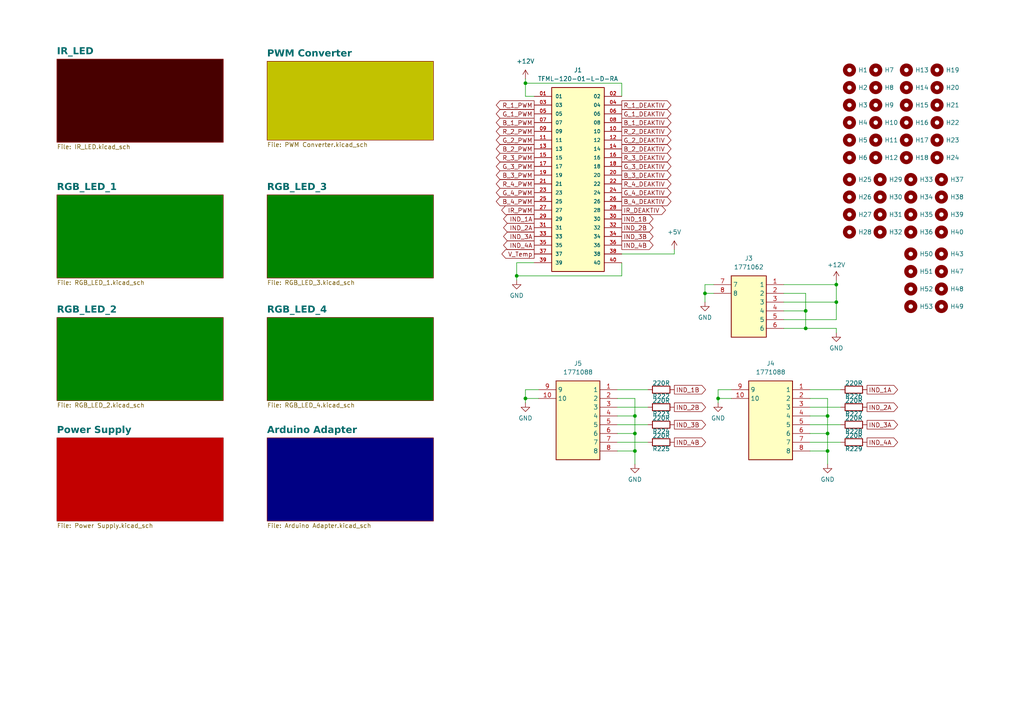
<source format=kicad_sch>
(kicad_sch (version 20250114) (generator "eeschema") (generator_version "9.0")
  (paper "A4")
  (title_block (title "608-Alfactory-Assay-Arena") (date "01.2024") (comment 1 "Optogen Arena RGB LED V1.0") (comment 2 "LED type: ASMG-PT00-00001") (comment 3 "R:625nm, G:525nm, B:460nm, IR:850nm"))
  (lib_symbols
    (symbol "Device:R" (pin_numbers (hide yes)) (pin_names (offset 0))
      (property "Reference" "R" (at 2.032 0 90))
      (property "Value" "R" (at 0 0 90))
      (symbol "R_0_1"
        (rectangle (start -1.016 -2.54) (end 1.016 2.54) (stroke (width 0.254)))
      )
      (symbol "R_1_1"
        (pin passive line (at 0 3.81 270) (length 1.27) (name "~") (number "1"))
        (pin passive line (at 0 -3.81 90) (length 1.27) (name "~") (number "2"))
      )
    )
    (symbol "Mechanical:MountingHole" (pin_names (offset 1.016)) (exclude_from_sim yes) (in_bom no)
      (property "Reference" "H" (at 0 5.08 0))
      (property "Value" "MountingHole" (at 0 3.175 0))
      (symbol "MountingHole_0_1"
        (circle (center 0 0) (radius 1.27) (stroke (width 1.27)))
      )
    )
    (symbol "Phoenix Contact:1771062"
      (property "Reference" "J" (at 16.51 7.62 0))
      (property "Value" "1771062" (at 16.51 5.08 0))
      (symbol "1771062_1_1"
        (rectangle (start 5.08 2.54) (end 15.24 -15.24) (stroke (width 0.254)) (fill (type background)))
        (pin passive line (at 0 0 0) (length 5.08) (name "7") (number "7"))
        (pin passive line (at 0 -2.54 0) (length 5.08) (name "8") (number "8"))
        (pin passive line (at 20.32 0 180) (length 5.08) (name "1") (number "1"))
        (pin passive line (at 20.32 -2.54 180) (length 5.08) (name "2") (number "2"))
        (pin passive line (at 20.32 -5.08 180) (length 5.08) (name "3") (number "3"))
        (pin passive line (at 20.32 -7.62 180) (length 5.08) (name "4") (number "4"))
        (pin passive line (at 20.32 -10.16 180) (length 5.08) (name "5") (number "5"))
        (pin passive line (at 20.32 -12.7 180) (length 5.08) (name "6") (number "6"))
      )
    )
    (symbol "Phoenix Contact:1771088"
      (property "Reference" "J" (at 19.05 7.62 0))
      (property "Value" "1771088" (at 19.05 5.08 0))
      (symbol "1771088_1_1"
        (rectangle (start 5.08 2.54) (end 17.78 -20.32) (stroke (width 0.254)) (fill (type background)))
        (pin passive line (at 0 0 0) (length 5.08) (name "9") (number "9"))
        (pin passive line (at 0 -2.54 0) (length 5.08) (name "10") (number "10"))
        (pin passive line (at 22.86 0 180) (length 5.08) (name "1") (number "1"))
        (pin passive line (at 22.86 -2.54 180) (length 5.08) (name "2") (number "2"))
        (pin passive line (at 22.86 -5.08 180) (length 5.08) (name "3") (number "3"))
        (pin passive line (at 22.86 -7.62 180) (length 5.08) (name "4") (number "4"))
        (pin passive line (at 22.86 -10.16 180) (length 5.08) (name "5") (number "5"))
        (pin passive line (at 22.86 -12.7 180) (length 5.08) (name "6") (number "6"))
        (pin passive line (at 22.86 -15.24 180) (length 5.08) (name "7") (number "7"))
        (pin passive line (at 22.86 -17.78 180) (length 5.08) (name "8") (number "8"))
      )
    )
    (symbol "TFML-120-01-L-D-RA:TFML-120-01-L-D-RA" (pin_names (offset 1.016))
      (property "Reference" "J1" (at 0 33.02 0))
      (property "Value" "TFML-120-01-L-D-RA" (at 0 30.48 0))
      (symbol "TFML-120-01-L-D-RA_0_0"
        (rectangle (start -7.62 27.94) (end 7.62 -25.4) (stroke (width 0.254)) (fill (type background)))
        (pin passive line (at -12.7 25.4 0) (length 5.08) (name "01") (number "01"))
        (pin passive line (at -12.7 22.86 0) (length 5.08) (name "03") (number "03"))
        (pin passive line (at -12.7 20.32 0) (length 5.08) (name "05") (number "05"))
        (pin passive line (at -12.7 17.78 0) (length 5.08) (name "07") (number "07"))
        (pin passive line (at -12.7 15.24 0) (length 5.08) (name "09") (number "09"))
        (pin passive line (at -12.7 12.7 0) (length 5.08) (name "11") (number "11"))
        (pin passive line (at -12.7 10.16 0) (length 5.08) (name "13") (number "13"))
        (pin passive line (at -12.7 7.62 0) (length 5.08) (name "15") (number "15"))
        (pin passive line (at -12.7 5.08 0) (length 5.08) (name "17") (number "17"))
        (pin passive line (at -12.7 2.54 0) (length 5.08) (name "19") (number "19"))
        (pin passive line (at -12.7 0 0) (length 5.08) (name "21") (number "21"))
        (pin passive line (at -12.7 -2.54 0) (length 5.08) (name "23") (number "23"))
        (pin passive line (at -12.7 -5.08 0) (length 5.08) (name "25") (number "25"))
        (pin passive line (at -12.7 -7.62 0) (length 5.08) (name "27") (number "27"))
        (pin passive line (at -12.7 -10.16 0) (length 5.08) (name "29") (number "29"))
        (pin passive line (at -12.7 -12.7 0) (length 5.08) (name "31") (number "31"))
        (pin passive line (at -12.7 -15.24 0) (length 5.08) (name "33") (number "33"))
        (pin passive line (at -12.7 -17.78 0) (length 5.08) (name "35") (number "35"))
        (pin passive line (at -12.7 -20.32 0) (length 5.08) (name "37") (number "37"))
        (pin passive line (at -12.7 -22.86 0) (length 5.08) (name "39") (number "39"))
        (pin passive line (at 12.7 25.4 180) (length 5.08) (name "02") (number "02"))
        (pin passive line (at 12.7 22.86 180) (length 5.08) (name "04") (number "04"))
        (pin passive line (at 12.7 20.32 180) (length 5.08) (name "06") (number "06"))
        (pin passive line (at 12.7 17.78 180) (length 5.08) (name "08") (number "08"))
        (pin passive line (at 12.7 15.24 180) (length 5.08) (name "10") (number "10"))
        (pin passive line (at 12.7 12.7 180) (length 5.08) (name "12") (number "12"))
        (pin passive line (at 12.7 10.16 180) (length 5.08) (name "14") (number "14"))
        (pin passive line (at 12.7 7.62 180) (length 5.08) (name "16") (number "16"))
        (pin passive line (at 12.7 5.08 180) (length 5.08) (name "18") (number "18"))
        (pin passive line (at 12.7 2.54 180) (length 5.08) (name "20") (number "20"))
        (pin passive line (at 12.7 0 180) (length 5.08) (name "22") (number "22"))
        (pin passive line (at 12.7 -2.54 180) (length 5.08) (name "24") (number "24"))
        (pin passive line (at 12.7 -5.08 180) (length 5.08) (name "26") (number "26"))
        (pin passive line (at 12.7 -7.62 180) (length 5.08) (name "28") (number "28"))
        (pin passive line (at 12.7 -10.16 180) (length 5.08) (name "30") (number "30"))
        (pin passive line (at 12.7 -12.7 180) (length 5.08) (name "32") (number "32"))
        (pin passive line (at 12.7 -15.24 180) (length 5.08) (name "34") (number "34"))
        (pin passive line (at 12.7 -17.78 180) (length 5.08) (name "36") (number "36"))
        (pin passive line (at 12.7 -20.32 180) (length 5.08) (name "38") (number "38"))
        (pin passive line (at 12.7 -22.86 180) (length 5.08) (name "40") (number "40"))
      )
    )
    (symbol "power:+12V" (power) (pin_names (offset 0))
      (property "Value" "+12V" (at 0 3.556 0))
      (symbol "+12V_0_1"
        (polyline (pts (xy -0.762 1.27) (xy 0 2.54)))
        (polyline (pts (xy 0 2.54) (xy 0.762 1.27)))
        (polyline (pts (xy 0 0) (xy 0 2.54)))
      )
      (symbol "+12V_1_1"
        (pin power_in line (at 0 0 90) (length 0) (hide yes) (name "+12V") (number "1"))
      )
    )
    (symbol "power:+5V" (power) (pin_numbers (hide yes)) (pin_names (offset 0) (hide yes))
      (property "Value" "+5V" (at 0 3.556 0))
      (symbol "+5V_0_1"
        (polyline (pts (xy -0.762 1.27) (xy 0 2.54)))
        (polyline (pts (xy 0 2.54) (xy 0.762 1.27)))
        (polyline (pts (xy 0 0) (xy 0 2.54)))
      )
      (symbol "+5V_1_1"
        (pin power_in line (at 0 0 90) (length 0) (name "~") (number "1"))
      )
    )
    (symbol "power:GND" (power) (pin_names (offset 0))
      (property "Value" "GND" (at 0 -3.81 0))
      (symbol "GND_0_1"
        (polyline (pts (xy 0 0) (xy 0 -1.27) (xy 1.27 -1.27) (xy 0 -2.54) (xy -1.27 -1.27) (xy 0 -1.27)))
      )
      (symbol "GND_1_1"
        (pin power_in line (at 0 0 270) (length 0) (hide yes) (name "GND") (number "1"))
      )
    )
  )
  (junction (at 204.47 85.09))
  (junction (at 184.15 130.81))
  (junction (at 208.28 115.57))
  (junction (at 149.86 80.01))
  (junction (at 184.15 120.65))
  (junction (at 233.68 95.25))
  (junction (at 240.03 130.81))
  (junction (at 152.4 24.13))
  (junction (at 152.4 115.57))
  (junction (at 233.68 90.17))
  (junction (at 184.15 125.73))
  (junction (at 240.03 120.65))
  (junction (at 240.03 125.73))
  (junction (at 242.57 82.55))
  (junction (at 242.57 87.63))
  (wire (pts (xy 234.95 123.19) (xy 243.84 123.19)))
  (wire (pts (xy 154.94 27.94) (xy 152.4 27.94)))
  (wire (pts (xy 208.28 115.57) (xy 208.28 113.03)))
  (wire (pts (xy 234.95 120.65) (xy 240.03 120.65)))
  (wire (pts (xy 152.4 22.86) (xy 152.4 24.13)))
  (wire (pts (xy 180.34 76.2) (xy 180.34 80.01)))
  (wire (pts (xy 227.33 92.71) (xy 242.57 92.71)))
  (wire (pts (xy 227.33 82.55) (xy 242.57 82.55)))
  (wire (pts (xy 179.07 123.19) (xy 187.96 123.19)))
  (wire (pts (xy 179.07 118.11) (xy 187.96 118.11)))
  (wire (pts (xy 152.4 115.57) (xy 156.21 115.57)))
  (wire (pts (xy 184.15 120.65) (xy 184.15 125.73)))
  (wire (pts (xy 204.47 82.55) (xy 204.47 85.09)))
  (wire (pts (xy 240.03 115.57) (xy 240.03 120.65)))
  (wire (pts (xy 180.34 24.13) (xy 152.4 24.13)))
  (wire (pts (xy 234.95 118.11) (xy 243.84 118.11)))
  (wire (pts (xy 180.34 73.66) (xy 195.58 73.66)))
  (wire (pts (xy 234.95 128.27) (xy 243.84 128.27)))
  (wire (pts (xy 234.95 125.73) (xy 240.03 125.73)))
  (wire (pts (xy 149.86 76.2) (xy 154.94 76.2)))
  (wire (pts (xy 195.58 73.66) (xy 195.58 72.39)))
  (wire (pts (xy 208.28 115.57) (xy 212.09 115.57)))
  (wire (pts (xy 242.57 87.63) (xy 242.57 82.55)))
  (wire (pts (xy 233.68 85.09) (xy 233.68 90.17)))
  (wire (pts (xy 152.4 116.84) (xy 152.4 115.57)))
  (wire (pts (xy 179.07 113.03) (xy 187.96 113.03)))
  (wire (pts (xy 152.4 113.03) (xy 156.21 113.03)))
  (wire (pts (xy 208.28 113.03) (xy 212.09 113.03)))
  (wire (pts (xy 234.95 113.03) (xy 243.84 113.03)))
  (wire (pts (xy 179.07 125.73) (xy 184.15 125.73)))
  (wire (pts (xy 240.03 120.65) (xy 240.03 125.73)))
  (wire (pts (xy 184.15 125.73) (xy 184.15 130.81)))
  (wire (pts (xy 204.47 85.09) (xy 207.01 85.09)))
  (wire (pts (xy 179.07 120.65) (xy 184.15 120.65)))
  (wire (pts (xy 242.57 92.71) (xy 242.57 87.63)))
  (wire (pts (xy 184.15 130.81) (xy 184.15 134.62)))
  (wire (pts (xy 179.07 128.27) (xy 187.96 128.27)))
  (wire (pts (xy 242.57 96.52) (xy 242.57 95.25)))
  (wire (pts (xy 179.07 115.57) (xy 184.15 115.57)))
  (wire (pts (xy 184.15 115.57) (xy 184.15 120.65)))
  (wire (pts (xy 149.86 81.28) (xy 149.86 80.01)))
  (wire (pts (xy 227.33 90.17) (xy 233.68 90.17)))
  (wire (pts (xy 208.28 116.84) (xy 208.28 115.57)))
  (wire (pts (xy 227.33 85.09) (xy 233.68 85.09)))
  (wire (pts (xy 234.95 115.57) (xy 240.03 115.57)))
  (wire (pts (xy 240.03 130.81) (xy 240.03 134.62)))
  (wire (pts (xy 179.07 130.81) (xy 184.15 130.81)))
  (wire (pts (xy 233.68 95.25) (xy 227.33 95.25)))
  (wire (pts (xy 149.86 80.01) (xy 180.34 80.01)))
  (wire (pts (xy 227.33 87.63) (xy 242.57 87.63)))
  (wire (pts (xy 149.86 80.01) (xy 149.86 76.2)))
  (wire (pts (xy 152.4 115.57) (xy 152.4 113.03)))
  (wire (pts (xy 234.95 130.81) (xy 240.03 130.81)))
  (wire (pts (xy 207.01 82.55) (xy 204.47 82.55)))
  (wire (pts (xy 180.34 27.94) (xy 180.34 24.13)))
  (wire (pts (xy 233.68 90.17) (xy 233.68 95.25)))
  (wire (pts (xy 242.57 95.25) (xy 233.68 95.25)))
  (wire (pts (xy 152.4 27.94) (xy 152.4 24.13)))
  (wire (pts (xy 240.03 125.73) (xy 240.03 130.81)))
  (wire (pts (xy 242.57 82.55) (xy 242.57 81.28)))
  (wire (pts (xy 204.47 85.09) (xy 204.47 87.63)))
  (global_label "IND_3A" (shape output) (at 154.94 68.58 180) (property "Intersheetrefs" "${INTERSHEET_REFS}" (effects (hide yes))))
  (global_label "R_2_DEAKTIV" (shape output) (at 180.34 38.1 0) (property "Intersheetrefs" "${INTERSHEET_REFS}" (effects (hide yes))))
  (global_label "IND_2A" (shape output) (at 251.46 118.11 0) (property "Intersheetrefs" "${INTERSHEET_REFS}" (effects (hide yes))))
  (global_label "V_Temp" (shape output) (at 154.94 73.66 180) (property "Intersheetrefs" "${INTERSHEET_REFS}" (effects (hide yes))))
  (global_label "B_3_PWM" (shape output) (at 154.94 50.8 180) (property "Intersheetrefs" "${INTERSHEET_REFS}" (effects (hide yes))))
  (global_label "R_3_DEAKTIV" (shape output) (at 180.34 45.72 0) (property "Intersheetrefs" "${INTERSHEET_REFS}" (effects (hide yes))))
  (global_label "G_1_PWM" (shape output) (at 154.94 33.02 180) (property "Intersheetrefs" "${INTERSHEET_REFS}" (effects (hide yes))))
  (global_label "R_1_PWM" (shape output) (at 154.94 30.48 180) (property "Intersheetrefs" "${INTERSHEET_REFS}" (effects (hide yes))))
  (global_label "IND_3B" (shape output) (at 195.58 123.19 0) (property "Intersheetrefs" "${INTERSHEET_REFS}" (effects (hide yes))))
  (global_label "B_1_DEAKTIV" (shape output) (at 180.34 35.56 0) (property "Intersheetrefs" "${INTERSHEET_REFS}" (effects (hide yes))))
  (global_label "R_4_DEAKTIV" (shape output) (at 180.34 53.34 0) (property "Intersheetrefs" "${INTERSHEET_REFS}" (effects (hide yes))))
  (global_label "R_3_PWM" (shape output) (at 154.94 45.72 180) (property "Intersheetrefs" "${INTERSHEET_REFS}" (effects (hide yes))))
  (global_label "B_2_PWM" (shape output) (at 154.94 43.18 180) (property "Intersheetrefs" "${INTERSHEET_REFS}" (effects (hide yes))))
  (global_label "IND_2B" (shape output) (at 180.34 66.04 0) (property "Intersheetrefs" "${INTERSHEET_REFS}" (effects (hide yes))))
  (global_label "G_4_PWM" (shape output) (at 154.94 55.88 180) (property "Intersheetrefs" "${INTERSHEET_REFS}" (effects (hide yes))))
  (global_label "IND_4A" (shape output) (at 154.94 71.12 180) (property "Intersheetrefs" "${INTERSHEET_REFS}" (effects (hide yes))))
  (global_label "B_3_DEAKTIV" (shape output) (at 180.34 50.8 0) (property "Intersheetrefs" "${INTERSHEET_REFS}" (effects (hide yes))))
  (global_label "G_1_DEAKTIV" (shape output) (at 180.34 33.02 0) (property "Intersheetrefs" "${INTERSHEET_REFS}" (effects (hide yes))))
  (global_label "B_2_DEAKTIV" (shape output) (at 180.34 43.18 0) (property "Intersheetrefs" "${INTERSHEET_REFS}" (effects (hide yes))))
  (global_label "IND_3A" (shape output) (at 251.46 123.19 0) (property "Intersheetrefs" "${INTERSHEET_REFS}" (effects (hide yes))))
  (global_label "IND_4A" (shape output) (at 251.46 128.27 0) (property "Intersheetrefs" "${INTERSHEET_REFS}" (effects (hide yes))))
  (global_label "IR_PWM" (shape output) (at 154.94 60.96 180) (property "Intersheetrefs" "${INTERSHEET_REFS}" (effects (hide yes))))
  (global_label "IND_4B" (shape output) (at 195.58 128.27 0) (property "Intersheetrefs" "${INTERSHEET_REFS}" (effects (hide yes))))
  (global_label "B_4_DEAKTIV" (shape output) (at 180.34 58.42 0) (property "Intersheetrefs" "${INTERSHEET_REFS}" (effects (hide yes))))
  (global_label "B_4_PWM" (shape output) (at 154.94 58.42 180) (property "Intersheetrefs" "${INTERSHEET_REFS}" (effects (hide yes))))
  (global_label "IND_1B" (shape output) (at 195.58 113.03 0) (property "Intersheetrefs" "${INTERSHEET_REFS}" (effects (hide yes))))
  (global_label "IND_4B" (shape output) (at 180.34 71.12 0) (property "Intersheetrefs" "${INTERSHEET_REFS}" (effects (hide yes))))
  (global_label "G_4_DEAKTIV" (shape output) (at 180.34 55.88 0) (property "Intersheetrefs" "${INTERSHEET_REFS}" (effects (hide yes))))
  (global_label "IND_1B" (shape output) (at 180.34 63.5 0) (property "Intersheetrefs" "${INTERSHEET_REFS}" (effects (hide yes))))
  (global_label "R_4_PWM" (shape output) (at 154.94 53.34 180) (property "Intersheetrefs" "${INTERSHEET_REFS}" (effects (hide yes))))
  (global_label "G_2_PWM" (shape output) (at 154.94 40.64 180) (property "Intersheetrefs" "${INTERSHEET_REFS}" (effects (hide yes))))
  (global_label "G_3_DEAKTIV" (shape output) (at 180.34 48.26 0) (property "Intersheetrefs" "${INTERSHEET_REFS}" (effects (hide yes))))
  (global_label "G_3_PWM" (shape output) (at 154.94 48.26 180) (property "Intersheetrefs" "${INTERSHEET_REFS}" (effects (hide yes))))
  (global_label "IND_1A" (shape output) (at 251.46 113.03 0) (property "Intersheetrefs" "${INTERSHEET_REFS}" (effects (hide yes))))
  (global_label "B_1_PWM" (shape output) (at 154.94 35.56 180) (property "Intersheetrefs" "${INTERSHEET_REFS}" (effects (hide yes))))
  (global_label "IND_2A" (shape output) (at 154.94 66.04 180) (property "Intersheetrefs" "${INTERSHEET_REFS}" (effects (hide yes))))
  (global_label "IND_1A" (shape output) (at 154.94 63.5 180) (property "Intersheetrefs" "${INTERSHEET_REFS}" (effects (hide yes))))
  (global_label "IR_DEAKTIV" (shape output) (at 180.34 60.96 0) (property "Intersheetrefs" "${INTERSHEET_REFS}" (effects (hide yes))))
  (global_label "G_2_DEAKTIV" (shape output) (at 180.34 40.64 0) (property "Intersheetrefs" "${INTERSHEET_REFS}" (effects (hide yes))))
  (global_label "IND_2B" (shape output) (at 195.58 118.11 0) (property "Intersheetrefs" "${INTERSHEET_REFS}" (effects (hide yes))))
  (global_label "R_1_DEAKTIV" (shape output) (at 180.34 30.48 0) (property "Intersheetrefs" "${INTERSHEET_REFS}" (effects (hide yes))))
  (global_label "IND_3B" (shape output) (at 180.34 68.58 0) (property "Intersheetrefs" "${INTERSHEET_REFS}" (effects (hide yes))))
  (global_label "R_2_PWM" (shape output) (at 154.94 38.1 180) (property "Intersheetrefs" "${INTERSHEET_REFS}" (effects (hide yes))))
  (symbol (lib_id "Mechanical:MountingHole") (at 271.78 45.72 0) (unit 1) (exclude_from_sim yes) (in_bom no)
    (property "Reference" "H24" (at 274.32 45.7199 0) (effects (justify left)))
    (property "Value" "MountingHole" (effects (hide yes)))
    (property "Footprint" "MGh-Specials:MountingHole 2,7 mm" (effects (hide yes)))
    (property "Description" "Mounting Hole without connection" (effects (hide yes)))
  )
  (symbol (lib_id "Device:R") (at 247.65 118.11 270) (unit 1)
    (property "Reference" "R227" (at 247.65 120.015 90))
    (property "Value" "220R" (at 247.65 116.205 90))
    (property "Footprint" "Resistor_SMD:R_0805_2012Metric" (effects (hide yes)))
  )
  (symbol (lib_id "Mechanical:MountingHole") (at 246.38 20.32 0) (unit 1) (exclude_from_sim yes) (in_bom no)
    (property "Reference" "H1" (at 248.92 20.3199 0) (effects (justify left)))
    (property "Value" "MountingHole" (effects (hide yes)))
    (property "Footprint" "MGh-Specials:MountingHole 2,7 mm" (effects (hide yes)))
    (property "Description" "Mounting Hole without connection" (effects (hide yes)))
  )
  (symbol (lib_id "Mechanical:MountingHole") (at 262.89 35.56 0) (unit 1) (exclude_from_sim yes) (in_bom no)
    (property "Reference" "H16" (at 265.43 35.5599 0) (effects (justify left)))
    (property "Value" "MountingHole" (effects (hide yes)))
    (property "Footprint" "MGh-Specials:MountingHole 2,7 mm" (effects (hide yes)))
    (property "Description" "Mounting Hole without connection" (effects (hide yes)))
  )
  (symbol (lib_id "Mechanical:MountingHole") (at 273.05 83.82 0) (unit 1) (exclude_from_sim yes) (in_bom no)
    (property "Reference" "H48" (at 275.59 83.8199 0) (effects (justify left)))
    (property "Value" "MountingHole" (effects (hide yes)))
    (property "Footprint" "MGh-Specials:MountingHole 3,2 mm" (effects (hide yes)))
    (property "Description" "Mounting Hole without connection" (effects (hide yes)))
  )
  (symbol (lib_id "Mechanical:MountingHole") (at 273.05 73.66 0) (unit 1) (exclude_from_sim yes) (in_bom no)
    (property "Reference" "H43" (at 275.59 73.6599 0) (effects (justify left)))
    (property "Value" "MountingHole" (effects (hide yes)))
    (property "Footprint" "MGh-Specials:MountingHole 3,2 mm" (effects (hide yes)))
    (property "Description" "Mounting Hole without connection" (effects (hide yes)))
  )
  (symbol (lib_id "Mechanical:MountingHole") (at 262.89 25.4 0) (unit 1) (exclude_from_sim yes) (in_bom no)
    (property "Reference" "H14" (at 265.43 25.3999 0) (effects (justify left)))
    (property "Value" "MountingHole" (effects (hide yes)))
    (property "Footprint" "MGh-Specials:MountingHole 2,7 mm" (effects (hide yes)))
    (property "Description" "Mounting Hole without connection" (effects (hide yes)))
  )
  (symbol (lib_id "Device:R") (at 247.65 113.03 270) (unit 1)
    (property "Reference" "R226" (at 247.65 114.935 90))
    (property "Value" "220R" (at 247.65 111.125 90))
    (property "Footprint" "Resistor_SMD:R_0805_2012Metric" (effects (hide yes)))
  )
  (symbol (lib_id "Device:R") (at 191.77 113.03 270) (unit 1)
    (property "Reference" "R222" (at 191.77 114.935 90))
    (property "Value" "220R" (at 191.77 111.125 90))
    (property "Footprint" "Resistor_SMD:R_0805_2012Metric" (effects (hide yes)))
  )
  (symbol (lib_id "Mechanical:MountingHole") (at 264.16 67.31 0) (unit 1) (exclude_from_sim yes) (in_bom no)
    (property "Reference" "H36" (at 266.7 67.3099 0) (effects (justify left)))
    (property "Value" "MountingHole" (effects (hide yes)))
    (property "Footprint" "MGh-Specials:MountingHole 3,2 mm" (effects (hide yes)))
    (property "Description" "Mounting Hole without connection" (effects (hide yes)))
  )
  (symbol (lib_id "Mechanical:MountingHole") (at 254 35.56 0) (unit 1) (exclude_from_sim yes) (in_bom no)
    (property "Reference" "H10" (at 256.54 35.5599 0) (effects (justify left)))
    (property "Value" "MountingHole" (effects (hide yes)))
    (property "Footprint" "MGh-Specials:MountingHole 2,7 mm" (effects (hide yes)))
    (property "Description" "Mounting Hole without connection" (effects (hide yes)))
  )
  (symbol (lib_id "Mechanical:MountingHole") (at 262.89 45.72 0) (unit 1) (exclude_from_sim yes) (in_bom no)
    (property "Reference" "H18" (at 265.43 45.7199 0) (effects (justify left)))
    (property "Value" "MountingHole" (effects (hide yes)))
    (property "Footprint" "MGh-Specials:MountingHole 2,7 mm" (effects (hide yes)))
    (property "Description" "Mounting Hole without connection" (effects (hide yes)))
  )
  (symbol (lib_id "Mechanical:MountingHole") (at 254 25.4 0) (unit 1) (exclude_from_sim yes) (in_bom no)
    (property "Reference" "H8" (at 256.54 25.3999 0) (effects (justify left)))
    (property "Value" "MountingHole" (effects (hide yes)))
    (property "Footprint" "MGh-Specials:MountingHole 2,7 mm" (effects (hide yes)))
    (property "Description" "Mounting Hole without connection" (effects (hide yes)))
  )
  (symbol (lib_id "Device:R") (at 247.65 123.19 270) (unit 1)
    (property "Reference" "R228" (at 247.65 125.095 90))
    (property "Value" "220R" (at 247.65 121.285 90))
    (property "Footprint" "Resistor_SMD:R_0805_2012Metric" (effects (hide yes)))
  )
  (symbol (lib_id "Mechanical:MountingHole") (at 255.27 52.07 0) (unit 1) (exclude_from_sim yes) (in_bom no)
    (property "Reference" "H29" (at 257.81 52.0699 0) (effects (justify left)))
    (property "Value" "MountingHole" (effects (hide yes)))
    (property "Footprint" "MGh-Specials:MountingHole 3,2 mm" (effects (hide yes)))
    (property "Description" "Mounting Hole without connection" (effects (hide yes)))
  )
  (symbol (lib_id "Device:R") (at 191.77 128.27 270) (unit 1)
    (property "Reference" "R225" (at 191.77 130.175 90))
    (property "Value" "220R" (at 191.77 126.365 90))
    (property "Footprint" "Resistor_SMD:R_0805_2012Metric" (effects (hide yes)))
  )
  (symbol (lib_id "power:+12V") (at 152.4 22.86 0) (unit 1)
    (property "Reference" "#PWR0216" (effects (hide yes)))
    (property "Value" "+12V" (at 152.4 17.78 0))
    (property "Description" "Power symbol creates a global label with name \"+12V\"" (effects (hide yes)))
  )
  (symbol (lib_id "Mechanical:MountingHole") (at 271.78 40.64 0) (unit 1) (exclude_from_sim yes) (in_bom no)
    (property "Reference" "H23" (at 274.32 40.6399 0) (effects (justify left)))
    (property "Value" "MountingHole" (effects (hide yes)))
    (property "Footprint" "MGh-Specials:MountingHole 2,7 mm" (effects (hide yes)))
    (property "Description" "Mounting Hole without connection" (effects (hide yes)))
  )
  (symbol (lib_id "power:GND") (at 184.15 134.62 0) (unit 1)
    (property "Reference" "#PWR0255" (effects (hide yes)))
    (property "Value" "GND" (at 184.15 139.065 0))
  )
  (symbol (lib_id "Mechanical:MountingHole") (at 273.05 67.31 0) (unit 1) (exclude_from_sim yes) (in_bom no)
    (property "Reference" "H40" (at 275.59 67.3099 0) (effects (justify left)))
    (property "Value" "MountingHole" (effects (hide yes)))
    (property "Footprint" "MGh-Specials:MountingHole 3,2 mm" (effects (hide yes)))
    (property "Description" "Mounting Hole without connection" (effects (hide yes)))
  )
  (symbol (lib_id "Mechanical:MountingHole") (at 255.27 62.23 0) (unit 1) (exclude_from_sim yes) (in_bom no)
    (property "Reference" "H31" (at 257.81 62.2299 0) (effects (justify left)))
    (property "Value" "MountingHole" (effects (hide yes)))
    (property "Footprint" "MGh-Specials:MountingHole 3,2 mm" (effects (hide yes)))
    (property "Description" "Mounting Hole without connection" (effects (hide yes)))
  )
  (symbol (lib_id "Mechanical:MountingHole") (at 264.16 73.66 0) (unit 1) (exclude_from_sim yes) (in_bom no)
    (property "Reference" "H50" (at 266.7 73.6599 0) (effects (justify left)))
    (property "Value" "MountingHole" (effects (hide yes)))
    (property "Footprint" "MGh-Specials:MountingHole 3,2 mm" (effects (hide yes)))
    (property "Description" "Mounting Hole without connection" (effects (hide yes)))
  )
  (symbol (lib_id "power:GND") (at 208.28 116.84 0) (unit 1)
    (property "Reference" "#PWR0256" (effects (hide yes)))
    (property "Value" "GND" (at 208.28 121.285 0))
  )
  (symbol (lib_id "Mechanical:MountingHole") (at 246.38 25.4 0) (unit 1) (exclude_from_sim yes) (in_bom no)
    (property "Reference" "H2" (at 248.92 25.3999 0) (effects (justify left)))
    (property "Value" "MountingHole" (effects (hide yes)))
    (property "Footprint" "MGh-Specials:MountingHole 2,7 mm" (effects (hide yes)))
    (property "Description" "Mounting Hole without connection" (effects (hide yes)))
  )
  (symbol (lib_id "power:GND") (at 149.86 81.28 0) (unit 1)
    (property "Reference" "#PWR0198" (effects (hide yes)))
    (property "Value" "GND" (at 149.86 85.725 0))
  )
  (symbol (lib_id "power:GND") (at 240.03 134.62 0) (unit 1)
    (property "Reference" "#PWR0257" (effects (hide yes)))
    (property "Value" "GND" (at 240.03 139.065 0))
  )
  (symbol (lib_id "Mechanical:MountingHole") (at 264.16 88.9 0) (unit 1) (exclude_from_sim yes) (in_bom no)
    (property "Reference" "H53" (at 266.7 88.8999 0) (effects (justify left)))
    (property "Value" "MountingHole" (effects (hide yes)))
    (property "Footprint" "MGh-Specials:MountingHole 3,2 mm" (effects (hide yes)))
    (property "Description" "Mounting Hole without connection" (effects (hide yes)))
  )
  (symbol (lib_id "Phoenix Contact:1771062") (at 207.01 82.55 0) (unit 1)
    (property "Reference" "J3" (at 217.17 74.93 0))
    (property "Value" "1771062" (at 217.17 77.47 0))
    (property "Footprint" "Phoenix Contact:1771062" (effects (hide yes)))
    (property "Datasheet" "http://www.phoenixcontact.com/de/produkte/1771062/pdf" (effects (hide yes)))
    (property "Description" "PCB terminal block, nominal current: 6 A, rated voltage (III/2): 160 V, nominal cross section: 0.5 mm?, Number of potentials: 6, Number of rows: 1, Number of positions per row: 6, product range: PTSM 0,5/..-H-SMD, pitch: 2.5 mm, connection method: Push-in spring connection, mounting: SMD soldering, conductor/PCB connection direction: 0 ?, color: black, Pin layout: Linear pad geometry, type of packaging: packed in cardboard" (effects (hide yes)))
    (property "Height" "5.22" (effects (hide yes)))
    (property "Mouser Part Number" "651-1771062" (effects (hide yes)))
    (property "Mouser Price/Stock" "https://www.mouser.co.uk/ProductDetail/Phoenix-Contact/1771062?qs=Q77YN%2FRrsKLwPHUI%2Fi213Q%3D%3D" (effects (hide yes)))
    (property "Manufacturer_Name" "Phoenix Contact" (effects (hide yes)))
    (property "Manufacturer_Part_Number" "1771062" (effects (hide yes)))
  )
  (symbol (lib_id "Mechanical:MountingHole") (at 264.16 57.15 0) (unit 1) (exclude_from_sim yes) (in_bom no)
    (property "Reference" "H34" (at 266.7 57.1499 0) (effects (justify left)))
    (property "Value" "MountingHole" (effects (hide yes)))
    (property "Footprint" "MGh-Specials:MountingHole 3,2 mm" (effects (hide yes)))
    (property "Description" "Mounting Hole without connection" (effects (hide yes)))
  )
  (symbol (lib_id "Mechanical:MountingHole") (at 271.78 25.4 0) (unit 1) (exclude_from_sim yes) (in_bom no)
    (property "Reference" "H20" (at 274.32 25.3999 0) (effects (justify left)))
    (property "Value" "MountingHole" (effects (hide yes)))
    (property "Footprint" "MGh-Specials:MountingHole 2,7 mm" (effects (hide yes)))
    (property "Description" "Mounting Hole without connection" (effects (hide yes)))
  )
  (symbol (lib_id "Mechanical:MountingHole") (at 273.05 78.74 0) (unit 1) (exclude_from_sim yes) (in_bom no)
    (property "Reference" "H47" (at 275.59 78.7399 0) (effects (justify left)))
    (property "Value" "MountingHole" (effects (hide yes)))
    (property "Footprint" "MGh-Specials:MountingHole 3,2 mm" (effects (hide yes)))
    (property "Description" "Mounting Hole without connection" (effects (hide yes)))
  )
  (symbol (lib_id "Mechanical:MountingHole") (at 255.27 67.31 0) (unit 1) (exclude_from_sim yes) (in_bom no)
    (property "Reference" "H32" (at 257.81 67.3099 0) (effects (justify left)))
    (property "Value" "MountingHole" (effects (hide yes)))
    (property "Footprint" "MGh-Specials:MountingHole 3,2 mm" (effects (hide yes)))
    (property "Description" "Mounting Hole without connection" (effects (hide yes)))
  )
  (symbol (lib_id "Mechanical:MountingHole") (at 271.78 20.32 0) (unit 1) (exclude_from_sim yes) (in_bom no)
    (property "Reference" "H19" (at 274.32 20.3199 0) (effects (justify left)))
    (property "Value" "MountingHole" (effects (hide yes)))
    (property "Footprint" "MGh-Specials:MountingHole 2,7 mm" (effects (hide yes)))
    (property "Description" "Mounting Hole without connection" (effects (hide yes)))
  )
  (symbol (lib_id "Mechanical:MountingHole") (at 255.27 57.15 0) (unit 1) (exclude_from_sim yes) (in_bom no)
    (property "Reference" "H30" (at 257.81 57.1499 0) (effects (justify left)))
    (property "Value" "MountingHole" (effects (hide yes)))
    (property "Footprint" "MGh-Specials:MountingHole 3,2 mm" (effects (hide yes)))
    (property "Description" "Mounting Hole without connection" (effects (hide yes)))
  )
  (symbol (lib_id "Mechanical:MountingHole") (at 264.16 62.23 0) (unit 1) (exclude_from_sim yes) (in_bom no)
    (property "Reference" "H35" (at 266.7 62.2299 0) (effects (justify left)))
    (property "Value" "MountingHole" (effects (hide yes)))
    (property "Footprint" "MGh-Specials:MountingHole 3,2 mm" (effects (hide yes)))
    (property "Description" "Mounting Hole without connection" (effects (hide yes)))
  )
  (symbol (lib_id "Mechanical:MountingHole") (at 264.16 52.07 0) (unit 1) (exclude_from_sim yes) (in_bom no)
    (property "Reference" "H33" (at 266.7 52.0699 0) (effects (justify left)))
    (property "Value" "MountingHole" (effects (hide yes)))
    (property "Footprint" "MGh-Specials:MountingHole 3,2 mm" (effects (hide yes)))
    (property "Description" "Mounting Hole without connection" (effects (hide yes)))
  )
  (symbol (lib_id "Mechanical:MountingHole") (at 246.38 57.15 0) (unit 1) (exclude_from_sim yes) (in_bom no)
    (property "Reference" "H26" (at 248.92 57.1499 0) (effects (justify left)))
    (property "Value" "MountingHole" (effects (hide yes)))
    (property "Footprint" "MGh-Specials:MountingHole 3,2 mm" (effects (hide yes)))
    (property "Description" "Mounting Hole without connection" (effects (hide yes)))
  )
  (symbol (lib_id "Mechanical:MountingHole") (at 254 45.72 0) (unit 1) (exclude_from_sim yes) (in_bom no)
    (property "Reference" "H12" (at 256.54 45.7199 0) (effects (justify left)))
    (property "Value" "MountingHole" (effects (hide yes)))
    (property "Footprint" "MGh-Specials:MountingHole 2,7 mm" (effects (hide yes)))
    (property "Description" "Mounting Hole without connection" (effects (hide yes)))
  )
  (symbol (lib_id "Mechanical:MountingHole") (at 262.89 20.32 0) (unit 1) (exclude_from_sim yes) (in_bom no)
    (property "Reference" "H13" (at 265.43 20.3199 0) (effects (justify left)))
    (property "Value" "MountingHole" (effects (hide yes)))
    (property "Footprint" "MGh-Specials:MountingHole 2,7 mm" (effects (hide yes)))
    (property "Description" "Mounting Hole without connection" (effects (hide yes)))
  )
  (symbol (lib_id "Mechanical:MountingHole") (at 273.05 88.9 0) (unit 1) (exclude_from_sim yes) (in_bom no)
    (property "Reference" "H49" (at 275.59 88.8999 0) (effects (justify left)))
    (property "Value" "MountingHole" (effects (hide yes)))
    (property "Footprint" "MGh-Specials:MountingHole 3,2 mm" (effects (hide yes)))
    (property "Description" "Mounting Hole without connection" (effects (hide yes)))
  )
  (symbol (lib_id "Mechanical:MountingHole") (at 262.89 30.48 0) (unit 1) (exclude_from_sim yes) (in_bom no)
    (property "Reference" "H15" (at 265.43 30.4799 0) (effects (justify left)))
    (property "Value" "MountingHole" (effects (hide yes)))
    (property "Footprint" "MGh-Specials:MountingHole 2,7 mm" (effects (hide yes)))
    (property "Description" "Mounting Hole without connection" (effects (hide yes)))
  )
  (symbol (lib_id "power:+5V") (at 195.58 72.39 0) (mirror y) (unit 1)
    (property "Reference" "#PWR0156" (effects (hide yes)))
    (property "Value" "+5V" (at 195.58 67.31 0))
    (property "Description" "Power symbol creates a global label with name \"+5V\"" (effects (hide yes)))
  )
  (symbol (lib_id "Mechanical:MountingHole") (at 273.05 57.15 0) (unit 1) (exclude_from_sim yes) (in_bom no)
    (property "Reference" "H38" (at 275.59 57.1499 0) (effects (justify left)))
    (property "Value" "MountingHole" (effects (hide yes)))
    (property "Footprint" "MGh-Specials:MountingHole 3,2 mm" (effects (hide yes)))
    (property "Description" "Mounting Hole without connection" (effects (hide yes)))
  )
  (symbol (lib_id "Device:R") (at 191.77 118.11 270) (unit 1)
    (property "Reference" "R223" (at 191.77 120.015 90))
    (property "Value" "220R" (at 191.77 116.205 90))
    (property "Footprint" "Resistor_SMD:R_0805_2012Metric" (effects (hide yes)))
  )
  (symbol (lib_id "Device:R") (at 247.65 128.27 270) (unit 1)
    (property "Reference" "R229" (at 247.65 130.175 90))
    (property "Value" "220R" (at 247.65 126.365 90))
    (property "Footprint" "Resistor_SMD:R_0805_2012Metric" (effects (hide yes)))
  )
  (symbol (lib_id "Mechanical:MountingHole") (at 264.16 83.82 0) (unit 1) (exclude_from_sim yes) (in_bom no)
    (property "Reference" "H52" (at 266.7 83.8199 0) (effects (justify left)))
    (property "Value" "MountingHole" (effects (hide yes)))
    (property "Footprint" "MGh-Specials:MountingHole 3,2 mm" (effects (hide yes)))
    (property "Description" "Mounting Hole without connection" (effects (hide yes)))
  )
  (symbol (lib_id "Mechanical:MountingHole") (at 273.05 52.07 0) (unit 1) (exclude_from_sim yes) (in_bom no)
    (property "Reference" "H37" (at 275.59 52.0699 0) (effects (justify left)))
    (property "Value" "MountingHole" (effects (hide yes)))
    (property "Footprint" "MGh-Specials:MountingHole 3,2 mm" (effects (hide yes)))
    (property "Description" "Mounting Hole without connection" (effects (hide yes)))
  )
  (symbol (lib_id "TFML-120-01-L-D-RA:TFML-120-01-L-D-RA") (at 167.64 53.34 0) (unit 1)
    (property "Reference" "J1" (at 167.64 20.32 0))
    (property "Value" "TFML-120-01-L-D-RA" (at 167.64 22.86 0))
    (property "Footprint" "Samtec:SAMTEC_TFML-120-01-L-D-RA" (effects (hide yes)))
    (property "PARTREV" "R" (effects (hide yes)))
    (property "STANDARD" "Manufacturer Recommendations" (effects (hide yes)))
    (property "MANUFACTURER" "Samtec Inc." (effects (hide yes)))
  )
  (symbol (lib_id "Mechanical:MountingHole") (at 246.38 62.23 0) (unit 1) (exclude_from_sim yes) (in_bom no)
    (property "Reference" "H27" (at 248.92 62.2299 0) (effects (justify left)))
    (property "Value" "MountingHole" (effects (hide yes)))
    (property "Footprint" "MGh-Specials:MountingHole 3,2 mm" (effects (hide yes)))
    (property "Description" "Mounting Hole without connection" (effects (hide yes)))
  )
  (symbol (lib_id "Mechanical:MountingHole") (at 271.78 35.56 0) (unit 1) (exclude_from_sim yes) (in_bom no)
    (property "Reference" "H22" (at 274.32 35.5599 0) (effects (justify left)))
    (property "Value" "MountingHole" (effects (hide yes)))
    (property "Footprint" "MGh-Specials:MountingHole 2,7 mm" (effects (hide yes)))
    (property "Description" "Mounting Hole without connection" (effects (hide yes)))
  )
  (symbol (lib_id "Mechanical:MountingHole") (at 254 40.64 0) (unit 1) (exclude_from_sim yes) (in_bom no)
    (property "Reference" "H11" (at 256.54 40.6399 0) (effects (justify left)))
    (property "Value" "MountingHole" (effects (hide yes)))
    (property "Footprint" "MGh-Specials:MountingHole 2,7 mm" (effects (hide yes)))
    (property "Description" "Mounting Hole without connection" (effects (hide yes)))
  )
  (symbol (lib_id "Mechanical:MountingHole") (at 254 30.48 0) (unit 1) (exclude_from_sim yes) (in_bom no)
    (property "Reference" "H9" (at 256.54 30.4799 0) (effects (justify left)))
    (property "Value" "MountingHole" (effects (hide yes)))
    (property "Footprint" "MGh-Specials:MountingHole 2,7 mm" (effects (hide yes)))
    (property "Description" "Mounting Hole without connection" (effects (hide yes)))
  )
  (symbol (lib_id "Mechanical:MountingHole") (at 271.78 30.48 0) (unit 1) (exclude_from_sim yes) (in_bom no)
    (property "Reference" "H21" (at 274.32 30.4799 0) (effects (justify left)))
    (property "Value" "MountingHole" (effects (hide yes)))
    (property "Footprint" "MGh-Specials:MountingHole 2,7 mm" (effects (hide yes)))
    (property "Description" "Mounting Hole without connection" (effects (hide yes)))
  )
  (symbol (lib_id "Phoenix Contact:1771088") (at 156.21 113.03 0) (unit 1)
    (property "Reference" "J5" (at 167.64 105.41 0))
    (property "Value" "1771088" (at 167.64 107.95 0))
    (property "Footprint" "Phoenix Contact:1771088" (effects (hide yes)))
    (property "Datasheet" "http://www.phoenixcontact.net/product/1771088" (effects (hide yes)))
    (property "Description" "PCB terminal block, nominal current: 6 A, rated voltage (III/2): 160 V, nominal cross section: 0.5 mm?, Number of potentials: 8, Number of rows: 1, Number of positions per row: 8, product range: PTSM 0,5/..-H-SMD, pitch: 2.5 mm, connection method: Push-in spring connection, mounting: SMD soldering, conductor/PCB connection direction: 0 ?, color: black, Pin layout: Linear pad geometry, type of packaging: packed in cardboard" (effects (hide yes)))
    (property "Height" "5.22" (effects (hide yes)))
    (property "Mouser Part Number" "651-1771088" (effects (hide yes)))
    (property "Mouser Price/Stock" "https://www.mouser.co.uk/ProductDetail/Phoenix-Contact/1771088?qs=Q77YN%2FRrsKIDMojcNKtpFQ%3D%3D" (effects (hide yes)))
    (property "Manufacturer_Name" "Phoenix Contact" (effects (hide yes)))
    (property "Manufacturer_Part_Number" "1771088" (effects (hide yes)))
  )
  (symbol (lib_id "Phoenix Contact:1771088") (at 212.09 113.03 0) (unit 1)
    (property "Reference" "J4" (at 223.52 105.41 0))
    (property "Value" "1771088" (at 223.52 107.95 0))
    (property "Footprint" "Phoenix Contact:1771088" (effects (hide yes)))
    (property "Datasheet" "http://www.phoenixcontact.net/product/1771088" (effects (hide yes)))
    (property "Description" "PCB terminal block, nominal current: 6 A, rated voltage (III/2): 160 V, nominal cross section: 0.5 mm?, Number of potentials: 8, Number of rows: 1, Number of positions per row: 8, product range: PTSM 0,5/..-H-SMD, pitch: 2.5 mm, connection method: Push-in spring connection, mounting: SMD soldering, conductor/PCB connection direction: 0 ?, color: black, Pin layout: Linear pad geometry, type of packaging: packed in cardboard" (effects (hide yes)))
    (property "Height" "5.22" (effects (hide yes)))
    (property "Mouser Part Number" "651-1771088" (effects (hide yes)))
    (property "Mouser Price/Stock" "https://www.mouser.co.uk/ProductDetail/Phoenix-Contact/1771088?qs=Q77YN%2FRrsKIDMojcNKtpFQ%3D%3D" (effects (hide yes)))
    (property "Manufacturer_Name" "Phoenix Contact" (effects (hide yes)))
    (property "Manufacturer_Part_Number" "1771088" (effects (hide yes)))
  )
  (symbol (lib_id "Mechanical:MountingHole") (at 246.38 52.07 0) (unit 1) (exclude_from_sim yes) (in_bom no)
    (property "Reference" "H25" (at 248.92 52.0699 0) (effects (justify left)))
    (property "Value" "MountingHole" (effects (hide yes)))
    (property "Footprint" "MGh-Specials:MountingHole 3,2 mm" (effects (hide yes)))
    (property "Description" "Mounting Hole without connection" (effects (hide yes)))
  )
  (symbol (lib_id "Mechanical:MountingHole") (at 246.38 45.72 0) (unit 1) (exclude_from_sim yes) (in_bom no)
    (property "Reference" "H6" (at 248.92 45.7199 0) (effects (justify left)))
    (property "Value" "MountingHole" (effects (hide yes)))
    (property "Footprint" "MGh-Specials:MountingHole 2,7 mm" (effects (hide yes)))
    (property "Description" "Mounting Hole without connection" (effects (hide yes)))
  )
  (symbol (lib_id "Mechanical:MountingHole") (at 262.89 40.64 0) (unit 1) (exclude_from_sim yes) (in_bom no)
    (property "Reference" "H17" (at 265.43 40.6399 0) (effects (justify left)))
    (property "Value" "MountingHole" (effects (hide yes)))
    (property "Footprint" "MGh-Specials:MountingHole 2,7 mm" (effects (hide yes)))
    (property "Description" "Mounting Hole without connection" (effects (hide yes)))
  )
  (symbol (lib_id "power:GND") (at 152.4 116.84 0) (unit 1)
    (property "Reference" "#PWR0254" (effects (hide yes)))
    (property "Value" "GND" (at 152.4 121.285 0))
  )
  (symbol (lib_id "Mechanical:MountingHole") (at 246.38 35.56 0) (unit 1) (exclude_from_sim yes) (in_bom no)
    (property "Reference" "H4" (at 248.92 35.5599 0) (effects (justify left)))
    (property "Value" "MountingHole" (effects (hide yes)))
    (property "Footprint" "MGh-Specials:MountingHole 2,7 mm" (effects (hide yes)))
    (property "Description" "Mounting Hole without connection" (effects (hide yes)))
  )
  (symbol (lib_id "power:GND") (at 204.47 87.63 0) (unit 1)
    (property "Reference" "#PWR0219" (effects (hide yes)))
    (property "Value" "GND" (at 204.47 92.075 0))
  )
  (symbol (lib_id "Device:R") (at 191.77 123.19 270) (unit 1)
    (property "Reference" "R224" (at 191.77 125.095 90))
    (property "Value" "220R" (at 191.77 121.285 90))
    (property "Footprint" "Resistor_SMD:R_0805_2012Metric" (effects (hide yes)))
  )
  (symbol (lib_id "power:GND") (at 242.57 96.52 0) (unit 1)
    (property "Reference" "#PWR0217" (effects (hide yes)))
    (property "Value" "GND" (at 242.57 100.965 0))
  )
  (symbol (lib_id "power:+12V") (at 242.57 81.28 0) (unit 1)
    (property "Reference" "#PWR0218" (effects (hide yes)))
    (property "Value" "+12V" (at 242.57 76.835 0))
  )
  (symbol (lib_id "Mechanical:MountingHole") (at 273.05 62.23 0) (unit 1) (exclude_from_sim yes) (in_bom no)
    (property "Reference" "H39" (at 275.59 62.2299 0) (effects (justify left)))
    (property "Value" "MountingHole" (effects (hide yes)))
    (property "Footprint" "MGh-Specials:MountingHole 3,2 mm" (effects (hide yes)))
    (property "Description" "Mounting Hole without connection" (effects (hide yes)))
  )
  (symbol (lib_id "Mechanical:MountingHole") (at 246.38 30.48 0) (unit 1) (exclude_from_sim yes) (in_bom no)
    (property "Reference" "H3" (at 248.92 30.4799 0) (effects (justify left)))
    (property "Value" "MountingHole" (effects (hide yes)))
    (property "Footprint" "MGh-Specials:MountingHole 2,7 mm" (effects (hide yes)))
    (property "Description" "Mounting Hole without connection" (effects (hide yes)))
  )
  (symbol (lib_id "Mechanical:MountingHole") (at 246.38 67.31 0) (unit 1) (exclude_from_sim yes) (in_bom no)
    (property "Reference" "H28" (at 248.92 67.3099 0) (effects (justify left)))
    (property "Value" "MountingHole" (effects (hide yes)))
    (property "Footprint" "MGh-Specials:MountingHole 3,2 mm" (effects (hide yes)))
    (property "Description" "Mounting Hole without connection" (effects (hide yes)))
  )
  (symbol (lib_id "Mechanical:MountingHole") (at 254 20.32 0) (unit 1) (exclude_from_sim yes) (in_bom no)
    (property "Reference" "H7" (at 256.54 20.3199 0) (effects (justify left)))
    (property "Value" "MountingHole" (effects (hide yes)))
    (property "Footprint" "MGh-Specials:MountingHole 2,7 mm" (effects (hide yes)))
    (property "Description" "Mounting Hole without connection" (effects (hide yes)))
  )
  (symbol (lib_id "Mechanical:MountingHole") (at 264.16 78.74 0) (unit 1) (exclude_from_sim yes) (in_bom no)
    (property "Reference" "H51" (at 266.7 78.7399 0) (effects (justify left)))
    (property "Value" "MountingHole" (effects (hide yes)))
    (property "Footprint" "MGh-Specials:MountingHole 3,2 mm" (effects (hide yes)))
    (property "Description" "Mounting Hole without connection" (effects (hide yes)))
  )
  (symbol (lib_id "Mechanical:MountingHole") (at 246.38 40.64 0) (unit 1) (exclude_from_sim yes) (in_bom no)
    (property "Reference" "H5" (at 248.92 40.6399 0) (effects (justify left)))
    (property "Value" "MountingHole" (effects (hide yes)))
    (property "Footprint" "MGh-Specials:MountingHole 2,7 mm" (effects (hide yes)))
    (property "Description" "Mounting Hole without connection" (effects (hide yes)))
  )
  (sheet (at 16.51 56.515) (size 48.26 24.13) (stroke (width 0.1524)) (fill (color 0 132 0 1.0000))
    (property "Sheetname" "RGB_LED_1" (at 16.51 55.4384 0) (effects (font (size 2 2) (bold yes)) (justify left bottom)))
    (property "Sheetfile" "RGB_LED_1.kicad_sch" (at 16.51 81.2296 0) (effects (justify left top)))
  )
  (sheet (at 77.47 127) (size 48.26 24.13) (stroke (width 0.1524)) (fill (color 0 0 132 1.0000))
    (property "Sheetname" "Arduino Adapter" (at 77.47 125.9234 0) (effects (font (size 2 2) (bold yes)) (justify left bottom)))
    (property "Sheetfile" "Arduino Adapter.kicad_sch" (at 77.47 151.7146 0) (effects (justify left top)))
  )
  (sheet (at 16.51 17.145) (size 48.26 24.13) (stroke (width 0.1524)) (fill (color 72 0 0 1.0000))
    (property "Sheetname" "IR_LED" (at 16.51 16.0684 0) (effects (font (size 2 2) (bold yes)) (justify left bottom)))
    (property "Sheetfile" "IR_LED.kicad_sch" (at 16.51 41.8596 0) (effects (justify left top)))
  )
  (sheet (at 77.47 56.515) (size 48.26 24.13) (stroke (width 0.1524)) (fill (color 0 132 0 1.0000))
    (property "Sheetname" "RGB_LED_3" (at 77.47 55.4384 0) (effects (font (size 2 2) (bold yes)) (justify left bottom)))
    (property "Sheetfile" "RGB_LED_3.kicad_sch" (at 77.47 81.2296 0) (effects (justify left top)))
  )
  (sheet (at 77.47 17.78) (size 48.26 22.86) (stroke (width 0.1524)) (fill (color 194 194 0 1.0000))
    (property "Sheetname" "PWM Converter" (at 77.47 16.7034 0) (effects (font (size 2 2) (bold yes)) (justify left bottom)))
    (property "Sheetfile" "PWM Converter.kicad_sch" (at 77.47 41.2246 0) (effects (justify left top)))
  )
  (sheet (at 16.51 92.075) (size 48.26 24.13) (stroke (width 0.1524)) (fill (color 0 132 0 1.0000))
    (property "Sheetname" "RGB_LED_2" (at 16.51 90.9984 0) (effects (font (size 2 2) (bold yes)) (justify left bottom)))
    (property "Sheetfile" "RGB_LED_2.kicad_sch" (at 16.51 116.7896 0) (effects (justify left top)))
  )
  (sheet (at 77.47 92.075) (size 48.26 24.13) (stroke (width 0.1524)) (fill (color 0 132 0 1.0000))
    (property "Sheetname" "RGB_LED_4" (at 77.47 90.9984 0) (effects (font (size 2 2) (bold yes)) (justify left bottom)))
    (property "Sheetfile" "RGB_LED_4.kicad_sch" (at 77.47 116.7896 0) (effects (justify left top)))
  )
  (sheet (at 16.51 127) (size 48.26 24.13) (stroke (width 0.1524)) (fill (color 194 0 0 1.0000))
    (property "Sheetname" "Power Supply" (at 16.51 125.9234 0) (effects (font (size 2 2) (bold yes)) (justify left bottom)))
    (property "Sheetfile" "Power Supply.kicad_sch" (at 16.51 151.7146 0) (effects (justify left top)))
  )
)
</source>
